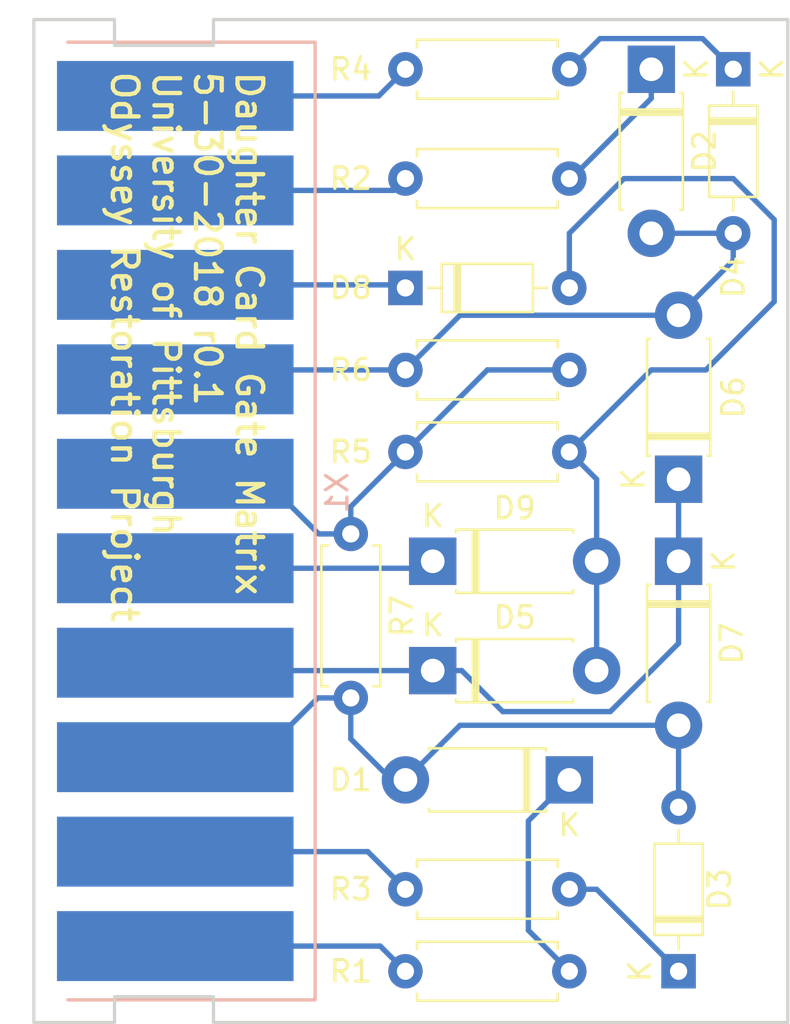
<source format=kicad_pcb>
(kicad_pcb (version 20171130) (host pcbnew "(2017-12-21 revision 23d71cfa9)-makepkg")

  (general
    (thickness 1.6)
    (drawings 13)
    (tracks 70)
    (zones 0)
    (modules 17)
    (nets 16)
  )

  (page A4)
  (title_block
    (title "Odyssey Daughter Card Template")
    (date 2018-05-29)
    (rev 0.1)
    (company "University of Pittsburgh - Odyssey Restoration Project")
    (comment 1 "Levi Burner")
  )

  (layers
    (0 F.Cu signal)
    (31 B.Cu signal)
    (32 B.Adhes user)
    (33 F.Adhes user)
    (34 B.Paste user)
    (35 F.Paste user)
    (36 B.SilkS user)
    (37 F.SilkS user)
    (38 B.Mask user)
    (39 F.Mask user)
    (40 Dwgs.User user)
    (41 Cmts.User user)
    (42 Eco1.User user)
    (43 Eco2.User user)
    (44 Edge.Cuts user)
    (45 Margin user)
    (46 B.CrtYd user)
    (47 F.CrtYd user)
    (48 B.Fab user)
    (49 F.Fab user)
  )

  (setup
    (last_trace_width 0.25)
    (user_trace_width 2.5)
    (trace_clearance 0.2)
    (zone_clearance 0.508)
    (zone_45_only no)
    (trace_min 0.2)
    (segment_width 0.2)
    (edge_width 0.15)
    (via_size 0.8)
    (via_drill 0.4)
    (via_min_size 0.4)
    (via_min_drill 0.3)
    (uvia_size 0.3)
    (uvia_drill 0.1)
    (uvias_allowed no)
    (uvia_min_size 0.2)
    (uvia_min_drill 0.1)
    (pcb_text_width 0.3)
    (pcb_text_size 1.5 1.5)
    (mod_edge_width 0.15)
    (mod_text_size 1 1)
    (mod_text_width 0.15)
    (pad_size 1.524 1.524)
    (pad_drill 0.762)
    (pad_to_mask_clearance 0.2)
    (aux_axis_origin 0 0)
    (visible_elements 7FFFFFFF)
    (pcbplotparams
      (layerselection 0x010f0_ffffffff)
      (usegerberextensions true)
      (usegerberattributes false)
      (usegerberadvancedattributes false)
      (creategerberjobfile false)
      (excludeedgelayer true)
      (linewidth 0.100000)
      (plotframeref false)
      (viasonmask false)
      (mode 1)
      (useauxorigin false)
      (hpglpennumber 1)
      (hpglpenspeed 20)
      (hpglpendiameter 15)
      (psnegative false)
      (psa4output false)
      (plotreference true)
      (plotvalue true)
      (plotinvisibletext false)
      (padsonsilk false)
      (subtractmaskfromsilk false)
      (outputformat 1)
      (mirror false)
      (drillshape 0)
      (scaleselection 1)
      (outputdirectory gerbers/))
  )

  (net 0 "")
  (net 1 "Net-(D1-Pad1)")
  (net 2 /Card3)
  (net 3 /Card7)
  (net 4 "Net-(D2-Pad1)")
  (net 5 "Net-(D3-Pad1)")
  (net 6 "Net-(D4-Pad1)")
  (net 7 /Card4)
  (net 8 "Net-(D5-Pad2)")
  (net 9 /Card8)
  (net 10 /Card5)
  (net 11 /Card1)
  (net 12 /Card9)
  (net 13 /Card2)
  (net 14 /Card10)
  (net 15 /Card6)

  (net_class Default "This is the default net class."
    (clearance 0.2)
    (trace_width 0.25)
    (via_dia 0.8)
    (via_drill 0.4)
    (uvia_dia 0.3)
    (uvia_drill 0.1)
    (add_net /Card1)
    (add_net /Card10)
    (add_net /Card2)
    (add_net /Card3)
    (add_net /Card4)
    (add_net /Card5)
    (add_net /Card6)
    (add_net /Card7)
    (add_net /Card8)
    (add_net /Card9)
    (add_net "Net-(D1-Pad1)")
    (add_net "Net-(D2-Pad1)")
    (add_net "Net-(D3-Pad1)")
    (add_net "Net-(D4-Pad1)")
    (add_net "Net-(D5-Pad2)")
  )

  (module Odyssey_Daughter_Card:Odyssey_Daughter_Card (layer F.Cu) (tedit 5B0D8ECD) (tstamp 5B2441A7)
    (at 129 101)
    (path /5B0D981F)
    (fp_text reference X1 (at 7.525 -1.305 90) (layer B.SilkS)
      (effects (font (size 1 1) (thickness 0.15)) (justify mirror))
    )
    (fp_text value OdysseyDaughterCard (at 0 -23.25) (layer F.Fab)
      (effects (font (size 1 1) (thickness 0.15)))
    )
    (fp_line (start -5 -22.25) (end 6.5 -22.25) (layer B.SilkS) (width 0.15))
    (fp_line (start 6.5 -22.25) (end 6.5 22.25) (layer B.SilkS) (width 0.15))
    (fp_line (start 6.5 22.25) (end -5 22.25) (layer B.SilkS) (width 0.15))
    (pad 10 smd rect (at 0 -19.75) (size 11 3.25) (layers B.Cu B.Mask)
      (net 14 /Card10))
    (pad 9 smd rect (at 0 -15.361112) (size 11 3.25) (layers B.Cu B.Mask)
      (net 12 /Card9))
    (pad 8 smd rect (at 0 -10.972224) (size 11 3.25) (layers B.Cu B.Mask)
      (net 9 /Card8))
    (pad 7 smd rect (at 0 -6.583336) (size 11 3.25) (layers B.Cu B.Mask)
      (net 3 /Card7))
    (pad 6 smd rect (at 0 -2.194448) (size 11 3.25) (layers B.Cu B.Mask)
      (net 15 /Card6))
    (pad 5 smd rect (at 0 2.19444) (size 11 3.25) (layers B.Cu B.Mask)
      (net 10 /Card5))
    (pad 4 smd rect (at 0 6.583328) (size 11 3.25) (layers B.Cu B.Mask)
      (net 7 /Card4))
    (pad 3 smd rect (at 0 10.972216) (size 11 3.25) (layers B.Cu B.Mask)
      (net 2 /Card3))
    (pad 2 smd rect (at 0 15.361104) (size 11 3.25) (layers B.Cu B.Mask)
      (net 13 /Card2))
    (pad 1 smd rect (at 0 19.749992) (size 11 3.25) (layers B.Cu B.Mask)
      (net 11 /Card1))
  )

  (module Diode_THT:D_DO-41_SOD81_P7.62mm_Horizontal (layer F.Cu) (tedit 5A195B5A) (tstamp 5B3B9769)
    (at 147.32 113.03 180)
    (descr "D, DO-41_SOD81 series, Axial, Horizontal, pin pitch=7.62mm, , length*diameter=5.2*2.7mm^2, , http://www.diodes.com/_files/packages/DO-41%20(Plastic).pdf")
    (tags "D DO-41_SOD81 series Axial Horizontal pin pitch 7.62mm  length 5.2mm diameter 2.7mm")
    (path /5B0ED5C2)
    (fp_text reference D1 (at 10.16 0 180) (layer F.SilkS)
      (effects (font (size 1 1) (thickness 0.15)))
    )
    (fp_text value 11DQ04TR (at 3.81 2.47 180) (layer F.Fab)
      (effects (font (size 1 1) (thickness 0.15)))
    )
    (fp_line (start 1.21 -1.35) (end 1.21 1.35) (layer F.Fab) (width 0.1))
    (fp_line (start 1.21 1.35) (end 6.41 1.35) (layer F.Fab) (width 0.1))
    (fp_line (start 6.41 1.35) (end 6.41 -1.35) (layer F.Fab) (width 0.1))
    (fp_line (start 6.41 -1.35) (end 1.21 -1.35) (layer F.Fab) (width 0.1))
    (fp_line (start 0 0) (end 1.21 0) (layer F.Fab) (width 0.1))
    (fp_line (start 7.62 0) (end 6.41 0) (layer F.Fab) (width 0.1))
    (fp_line (start 1.99 -1.35) (end 1.99 1.35) (layer F.Fab) (width 0.1))
    (fp_line (start 2.09 -1.35) (end 2.09 1.35) (layer F.Fab) (width 0.1))
    (fp_line (start 1.89 -1.35) (end 1.89 1.35) (layer F.Fab) (width 0.1))
    (fp_line (start 1.09 -1.34) (end 1.09 -1.47) (layer F.SilkS) (width 0.12))
    (fp_line (start 1.09 -1.47) (end 6.53 -1.47) (layer F.SilkS) (width 0.12))
    (fp_line (start 6.53 -1.47) (end 6.53 -1.34) (layer F.SilkS) (width 0.12))
    (fp_line (start 1.09 1.34) (end 1.09 1.47) (layer F.SilkS) (width 0.12))
    (fp_line (start 1.09 1.47) (end 6.53 1.47) (layer F.SilkS) (width 0.12))
    (fp_line (start 6.53 1.47) (end 6.53 1.34) (layer F.SilkS) (width 0.12))
    (fp_line (start 1.99 -1.47) (end 1.99 1.47) (layer F.SilkS) (width 0.12))
    (fp_line (start 2.11 -1.47) (end 2.11 1.47) (layer F.SilkS) (width 0.12))
    (fp_line (start 1.87 -1.47) (end 1.87 1.47) (layer F.SilkS) (width 0.12))
    (fp_line (start -1.35 -1.75) (end -1.35 1.75) (layer F.CrtYd) (width 0.05))
    (fp_line (start -1.35 1.75) (end 9 1.75) (layer F.CrtYd) (width 0.05))
    (fp_line (start 9 1.75) (end 9 -1.75) (layer F.CrtYd) (width 0.05))
    (fp_line (start 9 -1.75) (end -1.35 -1.75) (layer F.CrtYd) (width 0.05))
    (fp_text user %R (at 4.2 0 180) (layer F.Fab)
      (effects (font (size 1 1) (thickness 0.15)))
    )
    (fp_text user K (at 0 -2.1 180) (layer F.Fab)
      (effects (font (size 1 1) (thickness 0.15)))
    )
    (fp_text user K (at 0 -2.1 180) (layer F.SilkS)
      (effects (font (size 1 1) (thickness 0.15)))
    )
    (pad 1 thru_hole rect (at 0 0 180) (size 2.2 2.2) (drill 1.1) (layers *.Cu *.Mask)
      (net 1 "Net-(D1-Pad1)"))
    (pad 2 thru_hole oval (at 7.62 0 180) (size 2.2 2.2) (drill 1.1) (layers *.Cu *.Mask)
      (net 2 /Card3))
    (model ${KISYS3DMOD}/Diode_THT.3dshapes/D_DO-41_SOD81_P7.62mm_Horizontal.wrl
      (at (xyz 0 0 0))
      (scale (xyz 1 1 1))
      (rotate (xyz 0 0 0))
    )
  )

  (module Diode_THT:D_DO-41_SOD81_P7.62mm_Horizontal (layer F.Cu) (tedit 5A195B5A) (tstamp 5B3B9261)
    (at 151.13 80.01 270)
    (descr "D, DO-41_SOD81 series, Axial, Horizontal, pin pitch=7.62mm, , length*diameter=5.2*2.7mm^2, , http://www.diodes.com/_files/packages/DO-41%20(Plastic).pdf")
    (tags "D DO-41_SOD81 series Axial Horizontal pin pitch 7.62mm  length 5.2mm diameter 2.7mm")
    (path /5B0ED580)
    (fp_text reference D2 (at 3.81 -2.47 270) (layer F.SilkS)
      (effects (font (size 1 1) (thickness 0.15)))
    )
    (fp_text value 11DQ04TR (at 3.81 2.47 270) (layer F.Fab)
      (effects (font (size 1 1) (thickness 0.15)))
    )
    (fp_text user K (at 0 -2.1 270) (layer F.SilkS)
      (effects (font (size 1 1) (thickness 0.15)))
    )
    (fp_text user K (at 0 -2.1 270) (layer F.Fab)
      (effects (font (size 1 1) (thickness 0.15)))
    )
    (fp_text user %R (at 4.2 0 270) (layer F.Fab)
      (effects (font (size 1 1) (thickness 0.15)))
    )
    (fp_line (start 9 -1.75) (end -1.35 -1.75) (layer F.CrtYd) (width 0.05))
    (fp_line (start 9 1.75) (end 9 -1.75) (layer F.CrtYd) (width 0.05))
    (fp_line (start -1.35 1.75) (end 9 1.75) (layer F.CrtYd) (width 0.05))
    (fp_line (start -1.35 -1.75) (end -1.35 1.75) (layer F.CrtYd) (width 0.05))
    (fp_line (start 1.87 -1.47) (end 1.87 1.47) (layer F.SilkS) (width 0.12))
    (fp_line (start 2.11 -1.47) (end 2.11 1.47) (layer F.SilkS) (width 0.12))
    (fp_line (start 1.99 -1.47) (end 1.99 1.47) (layer F.SilkS) (width 0.12))
    (fp_line (start 6.53 1.47) (end 6.53 1.34) (layer F.SilkS) (width 0.12))
    (fp_line (start 1.09 1.47) (end 6.53 1.47) (layer F.SilkS) (width 0.12))
    (fp_line (start 1.09 1.34) (end 1.09 1.47) (layer F.SilkS) (width 0.12))
    (fp_line (start 6.53 -1.47) (end 6.53 -1.34) (layer F.SilkS) (width 0.12))
    (fp_line (start 1.09 -1.47) (end 6.53 -1.47) (layer F.SilkS) (width 0.12))
    (fp_line (start 1.09 -1.34) (end 1.09 -1.47) (layer F.SilkS) (width 0.12))
    (fp_line (start 1.89 -1.35) (end 1.89 1.35) (layer F.Fab) (width 0.1))
    (fp_line (start 2.09 -1.35) (end 2.09 1.35) (layer F.Fab) (width 0.1))
    (fp_line (start 1.99 -1.35) (end 1.99 1.35) (layer F.Fab) (width 0.1))
    (fp_line (start 7.62 0) (end 6.41 0) (layer F.Fab) (width 0.1))
    (fp_line (start 0 0) (end 1.21 0) (layer F.Fab) (width 0.1))
    (fp_line (start 6.41 -1.35) (end 1.21 -1.35) (layer F.Fab) (width 0.1))
    (fp_line (start 6.41 1.35) (end 6.41 -1.35) (layer F.Fab) (width 0.1))
    (fp_line (start 1.21 1.35) (end 6.41 1.35) (layer F.Fab) (width 0.1))
    (fp_line (start 1.21 -1.35) (end 1.21 1.35) (layer F.Fab) (width 0.1))
    (pad 2 thru_hole oval (at 7.62 0 270) (size 2.2 2.2) (drill 1.1) (layers *.Cu *.Mask)
      (net 3 /Card7))
    (pad 1 thru_hole rect (at 0 0 270) (size 2.2 2.2) (drill 1.1) (layers *.Cu *.Mask)
      (net 4 "Net-(D2-Pad1)"))
    (model ${KISYS3DMOD}/Diode_THT.3dshapes/D_DO-41_SOD81_P7.62mm_Horizontal.wrl
      (at (xyz 0 0 0))
      (scale (xyz 1 1 1))
      (rotate (xyz 0 0 0))
    )
  )

  (module Diode_THT:D_DO-35_SOD27_P7.62mm_Horizontal (layer F.Cu) (tedit 5A195B5A) (tstamp 5B3B9280)
    (at 152.4 121.92 90)
    (descr "D, DO-35_SOD27 series, Axial, Horizontal, pin pitch=7.62mm, , length*diameter=4*2mm^2, , http://www.diodes.com/_files/packages/DO-35.pdf")
    (tags "D DO-35_SOD27 series Axial Horizontal pin pitch 7.62mm  length 4mm diameter 2mm")
    (path /5B0ED2D5)
    (fp_text reference D3 (at 3.81 1.905 90) (layer F.SilkS)
      (effects (font (size 1 1) (thickness 0.15)))
    )
    (fp_text value 1N4148 (at 3.81 2.12 90) (layer F.Fab)
      (effects (font (size 1 1) (thickness 0.15)))
    )
    (fp_line (start 1.81 -1) (end 1.81 1) (layer F.Fab) (width 0.1))
    (fp_line (start 1.81 1) (end 5.81 1) (layer F.Fab) (width 0.1))
    (fp_line (start 5.81 1) (end 5.81 -1) (layer F.Fab) (width 0.1))
    (fp_line (start 5.81 -1) (end 1.81 -1) (layer F.Fab) (width 0.1))
    (fp_line (start 0 0) (end 1.81 0) (layer F.Fab) (width 0.1))
    (fp_line (start 7.62 0) (end 5.81 0) (layer F.Fab) (width 0.1))
    (fp_line (start 2.41 -1) (end 2.41 1) (layer F.Fab) (width 0.1))
    (fp_line (start 2.51 -1) (end 2.51 1) (layer F.Fab) (width 0.1))
    (fp_line (start 2.31 -1) (end 2.31 1) (layer F.Fab) (width 0.1))
    (fp_line (start 1.69 -1.12) (end 1.69 1.12) (layer F.SilkS) (width 0.12))
    (fp_line (start 1.69 1.12) (end 5.93 1.12) (layer F.SilkS) (width 0.12))
    (fp_line (start 5.93 1.12) (end 5.93 -1.12) (layer F.SilkS) (width 0.12))
    (fp_line (start 5.93 -1.12) (end 1.69 -1.12) (layer F.SilkS) (width 0.12))
    (fp_line (start 1.04 0) (end 1.69 0) (layer F.SilkS) (width 0.12))
    (fp_line (start 6.58 0) (end 5.93 0) (layer F.SilkS) (width 0.12))
    (fp_line (start 2.41 -1.12) (end 2.41 1.12) (layer F.SilkS) (width 0.12))
    (fp_line (start 2.53 -1.12) (end 2.53 1.12) (layer F.SilkS) (width 0.12))
    (fp_line (start 2.29 -1.12) (end 2.29 1.12) (layer F.SilkS) (width 0.12))
    (fp_line (start -1.05 -1.4) (end -1.05 1.4) (layer F.CrtYd) (width 0.05))
    (fp_line (start -1.05 1.4) (end 8.7 1.4) (layer F.CrtYd) (width 0.05))
    (fp_line (start 8.7 1.4) (end 8.7 -1.4) (layer F.CrtYd) (width 0.05))
    (fp_line (start 8.7 -1.4) (end -1.05 -1.4) (layer F.CrtYd) (width 0.05))
    (fp_text user %R (at 4.11 0 90) (layer F.Fab)
      (effects (font (size 0.8 0.8) (thickness 0.12)))
    )
    (fp_text user K (at 0 -1.8 90) (layer F.Fab)
      (effects (font (size 1 1) (thickness 0.15)))
    )
    (fp_text user K (at 0 -1.8 90) (layer F.SilkS)
      (effects (font (size 1 1) (thickness 0.15)))
    )
    (pad 1 thru_hole rect (at 0 0 90) (size 1.6 1.6) (drill 0.8) (layers *.Cu *.Mask)
      (net 5 "Net-(D3-Pad1)"))
    (pad 2 thru_hole oval (at 7.62 0 90) (size 1.6 1.6) (drill 0.8) (layers *.Cu *.Mask)
      (net 2 /Card3))
    (model ${KISYS3DMOD}/Diode_THT.3dshapes/D_DO-35_SOD27_P7.62mm_Horizontal.wrl
      (at (xyz 0 0 0))
      (scale (xyz 1 1 1))
      (rotate (xyz 0 0 0))
    )
  )

  (module Diode_THT:D_DO-35_SOD27_P7.62mm_Horizontal (layer F.Cu) (tedit 5A195B5A) (tstamp 5B3B929F)
    (at 154.94 80.01 270)
    (descr "D, DO-35_SOD27 series, Axial, Horizontal, pin pitch=7.62mm, , length*diameter=4*2mm^2, , http://www.diodes.com/_files/packages/DO-35.pdf")
    (tags "D DO-35_SOD27 series Axial Horizontal pin pitch 7.62mm  length 4mm diameter 2mm")
    (path /5B0ED2A5)
    (fp_text reference D4 (at 9.652 0 270) (layer F.SilkS)
      (effects (font (size 1 1) (thickness 0.15)))
    )
    (fp_text value 1N4148 (at 3.81 2.12 270) (layer F.Fab)
      (effects (font (size 1 1) (thickness 0.15)))
    )
    (fp_text user K (at 0 -1.8 270) (layer F.SilkS)
      (effects (font (size 1 1) (thickness 0.15)))
    )
    (fp_text user K (at 0 -1.8 270) (layer F.Fab)
      (effects (font (size 1 1) (thickness 0.15)))
    )
    (fp_text user %R (at 4.11 0 270) (layer F.Fab)
      (effects (font (size 0.8 0.8) (thickness 0.12)))
    )
    (fp_line (start 8.7 -1.4) (end -1.05 -1.4) (layer F.CrtYd) (width 0.05))
    (fp_line (start 8.7 1.4) (end 8.7 -1.4) (layer F.CrtYd) (width 0.05))
    (fp_line (start -1.05 1.4) (end 8.7 1.4) (layer F.CrtYd) (width 0.05))
    (fp_line (start -1.05 -1.4) (end -1.05 1.4) (layer F.CrtYd) (width 0.05))
    (fp_line (start 2.29 -1.12) (end 2.29 1.12) (layer F.SilkS) (width 0.12))
    (fp_line (start 2.53 -1.12) (end 2.53 1.12) (layer F.SilkS) (width 0.12))
    (fp_line (start 2.41 -1.12) (end 2.41 1.12) (layer F.SilkS) (width 0.12))
    (fp_line (start 6.58 0) (end 5.93 0) (layer F.SilkS) (width 0.12))
    (fp_line (start 1.04 0) (end 1.69 0) (layer F.SilkS) (width 0.12))
    (fp_line (start 5.93 -1.12) (end 1.69 -1.12) (layer F.SilkS) (width 0.12))
    (fp_line (start 5.93 1.12) (end 5.93 -1.12) (layer F.SilkS) (width 0.12))
    (fp_line (start 1.69 1.12) (end 5.93 1.12) (layer F.SilkS) (width 0.12))
    (fp_line (start 1.69 -1.12) (end 1.69 1.12) (layer F.SilkS) (width 0.12))
    (fp_line (start 2.31 -1) (end 2.31 1) (layer F.Fab) (width 0.1))
    (fp_line (start 2.51 -1) (end 2.51 1) (layer F.Fab) (width 0.1))
    (fp_line (start 2.41 -1) (end 2.41 1) (layer F.Fab) (width 0.1))
    (fp_line (start 7.62 0) (end 5.81 0) (layer F.Fab) (width 0.1))
    (fp_line (start 0 0) (end 1.81 0) (layer F.Fab) (width 0.1))
    (fp_line (start 5.81 -1) (end 1.81 -1) (layer F.Fab) (width 0.1))
    (fp_line (start 5.81 1) (end 5.81 -1) (layer F.Fab) (width 0.1))
    (fp_line (start 1.81 1) (end 5.81 1) (layer F.Fab) (width 0.1))
    (fp_line (start 1.81 -1) (end 1.81 1) (layer F.Fab) (width 0.1))
    (pad 2 thru_hole oval (at 7.62 0 270) (size 1.6 1.6) (drill 0.8) (layers *.Cu *.Mask)
      (net 3 /Card7))
    (pad 1 thru_hole rect (at 0 0 270) (size 1.6 1.6) (drill 0.8) (layers *.Cu *.Mask)
      (net 6 "Net-(D4-Pad1)"))
    (model ${KISYS3DMOD}/Diode_THT.3dshapes/D_DO-35_SOD27_P7.62mm_Horizontal.wrl
      (at (xyz 0 0 0))
      (scale (xyz 1 1 1))
      (rotate (xyz 0 0 0))
    )
  )

  (module Diode_THT:D_DO-41_SOD81_P7.62mm_Horizontal (layer F.Cu) (tedit 5A195B5A) (tstamp 5B3B92BE)
    (at 140.97 107.95)
    (descr "D, DO-41_SOD81 series, Axial, Horizontal, pin pitch=7.62mm, , length*diameter=5.2*2.7mm^2, , http://www.diodes.com/_files/packages/DO-41%20(Plastic).pdf")
    (tags "D DO-41_SOD81 series Axial Horizontal pin pitch 7.62mm  length 5.2mm diameter 2.7mm")
    (path /5B0ED68D)
    (fp_text reference D5 (at 3.81 -2.47) (layer F.SilkS)
      (effects (font (size 1 1) (thickness 0.15)))
    )
    (fp_text value 11DQ04TR (at 3.81 2.47) (layer F.Fab)
      (effects (font (size 1 1) (thickness 0.15)))
    )
    (fp_line (start 1.21 -1.35) (end 1.21 1.35) (layer F.Fab) (width 0.1))
    (fp_line (start 1.21 1.35) (end 6.41 1.35) (layer F.Fab) (width 0.1))
    (fp_line (start 6.41 1.35) (end 6.41 -1.35) (layer F.Fab) (width 0.1))
    (fp_line (start 6.41 -1.35) (end 1.21 -1.35) (layer F.Fab) (width 0.1))
    (fp_line (start 0 0) (end 1.21 0) (layer F.Fab) (width 0.1))
    (fp_line (start 7.62 0) (end 6.41 0) (layer F.Fab) (width 0.1))
    (fp_line (start 1.99 -1.35) (end 1.99 1.35) (layer F.Fab) (width 0.1))
    (fp_line (start 2.09 -1.35) (end 2.09 1.35) (layer F.Fab) (width 0.1))
    (fp_line (start 1.89 -1.35) (end 1.89 1.35) (layer F.Fab) (width 0.1))
    (fp_line (start 1.09 -1.34) (end 1.09 -1.47) (layer F.SilkS) (width 0.12))
    (fp_line (start 1.09 -1.47) (end 6.53 -1.47) (layer F.SilkS) (width 0.12))
    (fp_line (start 6.53 -1.47) (end 6.53 -1.34) (layer F.SilkS) (width 0.12))
    (fp_line (start 1.09 1.34) (end 1.09 1.47) (layer F.SilkS) (width 0.12))
    (fp_line (start 1.09 1.47) (end 6.53 1.47) (layer F.SilkS) (width 0.12))
    (fp_line (start 6.53 1.47) (end 6.53 1.34) (layer F.SilkS) (width 0.12))
    (fp_line (start 1.99 -1.47) (end 1.99 1.47) (layer F.SilkS) (width 0.12))
    (fp_line (start 2.11 -1.47) (end 2.11 1.47) (layer F.SilkS) (width 0.12))
    (fp_line (start 1.87 -1.47) (end 1.87 1.47) (layer F.SilkS) (width 0.12))
    (fp_line (start -1.35 -1.75) (end -1.35 1.75) (layer F.CrtYd) (width 0.05))
    (fp_line (start -1.35 1.75) (end 9 1.75) (layer F.CrtYd) (width 0.05))
    (fp_line (start 9 1.75) (end 9 -1.75) (layer F.CrtYd) (width 0.05))
    (fp_line (start 9 -1.75) (end -1.35 -1.75) (layer F.CrtYd) (width 0.05))
    (fp_text user %R (at 4.2 0) (layer F.Fab)
      (effects (font (size 1 1) (thickness 0.15)))
    )
    (fp_text user K (at 0 -2.1) (layer F.Fab)
      (effects (font (size 1 1) (thickness 0.15)))
    )
    (fp_text user K (at 0 -2.1) (layer F.SilkS)
      (effects (font (size 1 1) (thickness 0.15)))
    )
    (pad 1 thru_hole rect (at 0 0) (size 2.2 2.2) (drill 1.1) (layers *.Cu *.Mask)
      (net 7 /Card4))
    (pad 2 thru_hole oval (at 7.62 0) (size 2.2 2.2) (drill 1.1) (layers *.Cu *.Mask)
      (net 8 "Net-(D5-Pad2)"))
    (model ${KISYS3DMOD}/Diode_THT.3dshapes/D_DO-41_SOD81_P7.62mm_Horizontal.wrl
      (at (xyz 0 0 0))
      (scale (xyz 1 1 1))
      (rotate (xyz 0 0 0))
    )
  )

  (module Diode_THT:D_DO-41_SOD81_P7.62mm_Horizontal (layer F.Cu) (tedit 5A195B5A) (tstamp 5B3B92DD)
    (at 152.4 99.06 90)
    (descr "D, DO-41_SOD81 series, Axial, Horizontal, pin pitch=7.62mm, , length*diameter=5.2*2.7mm^2, , http://www.diodes.com/_files/packages/DO-41%20(Plastic).pdf")
    (tags "D DO-41_SOD81 series Axial Horizontal pin pitch 7.62mm  length 5.2mm diameter 2.7mm")
    (path /5B0ED5EA)
    (fp_text reference D6 (at 3.81 2.54 90) (layer F.SilkS)
      (effects (font (size 1 1) (thickness 0.15)))
    )
    (fp_text value 11DQ04TR (at 3.81 2.47 90) (layer F.Fab)
      (effects (font (size 1 1) (thickness 0.15)))
    )
    (fp_line (start 1.21 -1.35) (end 1.21 1.35) (layer F.Fab) (width 0.1))
    (fp_line (start 1.21 1.35) (end 6.41 1.35) (layer F.Fab) (width 0.1))
    (fp_line (start 6.41 1.35) (end 6.41 -1.35) (layer F.Fab) (width 0.1))
    (fp_line (start 6.41 -1.35) (end 1.21 -1.35) (layer F.Fab) (width 0.1))
    (fp_line (start 0 0) (end 1.21 0) (layer F.Fab) (width 0.1))
    (fp_line (start 7.62 0) (end 6.41 0) (layer F.Fab) (width 0.1))
    (fp_line (start 1.99 -1.35) (end 1.99 1.35) (layer F.Fab) (width 0.1))
    (fp_line (start 2.09 -1.35) (end 2.09 1.35) (layer F.Fab) (width 0.1))
    (fp_line (start 1.89 -1.35) (end 1.89 1.35) (layer F.Fab) (width 0.1))
    (fp_line (start 1.09 -1.34) (end 1.09 -1.47) (layer F.SilkS) (width 0.12))
    (fp_line (start 1.09 -1.47) (end 6.53 -1.47) (layer F.SilkS) (width 0.12))
    (fp_line (start 6.53 -1.47) (end 6.53 -1.34) (layer F.SilkS) (width 0.12))
    (fp_line (start 1.09 1.34) (end 1.09 1.47) (layer F.SilkS) (width 0.12))
    (fp_line (start 1.09 1.47) (end 6.53 1.47) (layer F.SilkS) (width 0.12))
    (fp_line (start 6.53 1.47) (end 6.53 1.34) (layer F.SilkS) (width 0.12))
    (fp_line (start 1.99 -1.47) (end 1.99 1.47) (layer F.SilkS) (width 0.12))
    (fp_line (start 2.11 -1.47) (end 2.11 1.47) (layer F.SilkS) (width 0.12))
    (fp_line (start 1.87 -1.47) (end 1.87 1.47) (layer F.SilkS) (width 0.12))
    (fp_line (start -1.35 -1.75) (end -1.35 1.75) (layer F.CrtYd) (width 0.05))
    (fp_line (start -1.35 1.75) (end 9 1.75) (layer F.CrtYd) (width 0.05))
    (fp_line (start 9 1.75) (end 9 -1.75) (layer F.CrtYd) (width 0.05))
    (fp_line (start 9 -1.75) (end -1.35 -1.75) (layer F.CrtYd) (width 0.05))
    (fp_text user %R (at 4.2 0 90) (layer F.Fab)
      (effects (font (size 1 1) (thickness 0.15)))
    )
    (fp_text user K (at 0 -2.1 90) (layer F.Fab)
      (effects (font (size 1 1) (thickness 0.15)))
    )
    (fp_text user K (at 0 -2.1 90) (layer F.SilkS)
      (effects (font (size 1 1) (thickness 0.15)))
    )
    (pad 1 thru_hole rect (at 0 0 90) (size 2.2 2.2) (drill 1.1) (layers *.Cu *.Mask)
      (net 7 /Card4))
    (pad 2 thru_hole oval (at 7.62 0 90) (size 2.2 2.2) (drill 1.1) (layers *.Cu *.Mask)
      (net 3 /Card7))
    (model ${KISYS3DMOD}/Diode_THT.3dshapes/D_DO-41_SOD81_P7.62mm_Horizontal.wrl
      (at (xyz 0 0 0))
      (scale (xyz 1 1 1))
      (rotate (xyz 0 0 0))
    )
  )

  (module Diode_THT:D_DO-41_SOD81_P7.62mm_Horizontal (layer F.Cu) (tedit 5A195B5A) (tstamp 5B3B92FC)
    (at 152.4 102.87 270)
    (descr "D, DO-41_SOD81 series, Axial, Horizontal, pin pitch=7.62mm, , length*diameter=5.2*2.7mm^2, , http://www.diodes.com/_files/packages/DO-41%20(Plastic).pdf")
    (tags "D DO-41_SOD81 series Axial Horizontal pin pitch 7.62mm  length 5.2mm diameter 2.7mm")
    (path /5B0ED659)
    (fp_text reference D7 (at 3.81 -2.47 270) (layer F.SilkS)
      (effects (font (size 1 1) (thickness 0.15)))
    )
    (fp_text value 11DQ04TR (at 3.81 2.47 270) (layer F.Fab)
      (effects (font (size 1 1) (thickness 0.15)))
    )
    (fp_text user K (at 0 -2.1 270) (layer F.SilkS)
      (effects (font (size 1 1) (thickness 0.15)))
    )
    (fp_text user K (at 0 -2.1 270) (layer F.Fab)
      (effects (font (size 1 1) (thickness 0.15)))
    )
    (fp_text user %R (at 4.2 0 270) (layer F.Fab)
      (effects (font (size 1 1) (thickness 0.15)))
    )
    (fp_line (start 9 -1.75) (end -1.35 -1.75) (layer F.CrtYd) (width 0.05))
    (fp_line (start 9 1.75) (end 9 -1.75) (layer F.CrtYd) (width 0.05))
    (fp_line (start -1.35 1.75) (end 9 1.75) (layer F.CrtYd) (width 0.05))
    (fp_line (start -1.35 -1.75) (end -1.35 1.75) (layer F.CrtYd) (width 0.05))
    (fp_line (start 1.87 -1.47) (end 1.87 1.47) (layer F.SilkS) (width 0.12))
    (fp_line (start 2.11 -1.47) (end 2.11 1.47) (layer F.SilkS) (width 0.12))
    (fp_line (start 1.99 -1.47) (end 1.99 1.47) (layer F.SilkS) (width 0.12))
    (fp_line (start 6.53 1.47) (end 6.53 1.34) (layer F.SilkS) (width 0.12))
    (fp_line (start 1.09 1.47) (end 6.53 1.47) (layer F.SilkS) (width 0.12))
    (fp_line (start 1.09 1.34) (end 1.09 1.47) (layer F.SilkS) (width 0.12))
    (fp_line (start 6.53 -1.47) (end 6.53 -1.34) (layer F.SilkS) (width 0.12))
    (fp_line (start 1.09 -1.47) (end 6.53 -1.47) (layer F.SilkS) (width 0.12))
    (fp_line (start 1.09 -1.34) (end 1.09 -1.47) (layer F.SilkS) (width 0.12))
    (fp_line (start 1.89 -1.35) (end 1.89 1.35) (layer F.Fab) (width 0.1))
    (fp_line (start 2.09 -1.35) (end 2.09 1.35) (layer F.Fab) (width 0.1))
    (fp_line (start 1.99 -1.35) (end 1.99 1.35) (layer F.Fab) (width 0.1))
    (fp_line (start 7.62 0) (end 6.41 0) (layer F.Fab) (width 0.1))
    (fp_line (start 0 0) (end 1.21 0) (layer F.Fab) (width 0.1))
    (fp_line (start 6.41 -1.35) (end 1.21 -1.35) (layer F.Fab) (width 0.1))
    (fp_line (start 6.41 1.35) (end 6.41 -1.35) (layer F.Fab) (width 0.1))
    (fp_line (start 1.21 1.35) (end 6.41 1.35) (layer F.Fab) (width 0.1))
    (fp_line (start 1.21 -1.35) (end 1.21 1.35) (layer F.Fab) (width 0.1))
    (pad 2 thru_hole oval (at 7.62 0 270) (size 2.2 2.2) (drill 1.1) (layers *.Cu *.Mask)
      (net 2 /Card3))
    (pad 1 thru_hole rect (at 0 0 270) (size 2.2 2.2) (drill 1.1) (layers *.Cu *.Mask)
      (net 7 /Card4))
    (model ${KISYS3DMOD}/Diode_THT.3dshapes/D_DO-41_SOD81_P7.62mm_Horizontal.wrl
      (at (xyz 0 0 0))
      (scale (xyz 1 1 1))
      (rotate (xyz 0 0 0))
    )
  )

  (module Diode_THT:D_DO-35_SOD27_P7.62mm_Horizontal (layer F.Cu) (tedit 5A195B5A) (tstamp 5B3B931B)
    (at 139.7 90.17)
    (descr "D, DO-35_SOD27 series, Axial, Horizontal, pin pitch=7.62mm, , length*diameter=4*2mm^2, , http://www.diodes.com/_files/packages/DO-35.pdf")
    (tags "D DO-35_SOD27 series Axial Horizontal pin pitch 7.62mm  length 4mm diameter 2mm")
    (path /5B0EDB22)
    (fp_text reference D8 (at -2.54 0) (layer F.SilkS)
      (effects (font (size 1 1) (thickness 0.15)))
    )
    (fp_text value 1N4148 (at 3.81 2.12) (layer F.Fab)
      (effects (font (size 1 1) (thickness 0.15)))
    )
    (fp_line (start 1.81 -1) (end 1.81 1) (layer F.Fab) (width 0.1))
    (fp_line (start 1.81 1) (end 5.81 1) (layer F.Fab) (width 0.1))
    (fp_line (start 5.81 1) (end 5.81 -1) (layer F.Fab) (width 0.1))
    (fp_line (start 5.81 -1) (end 1.81 -1) (layer F.Fab) (width 0.1))
    (fp_line (start 0 0) (end 1.81 0) (layer F.Fab) (width 0.1))
    (fp_line (start 7.62 0) (end 5.81 0) (layer F.Fab) (width 0.1))
    (fp_line (start 2.41 -1) (end 2.41 1) (layer F.Fab) (width 0.1))
    (fp_line (start 2.51 -1) (end 2.51 1) (layer F.Fab) (width 0.1))
    (fp_line (start 2.31 -1) (end 2.31 1) (layer F.Fab) (width 0.1))
    (fp_line (start 1.69 -1.12) (end 1.69 1.12) (layer F.SilkS) (width 0.12))
    (fp_line (start 1.69 1.12) (end 5.93 1.12) (layer F.SilkS) (width 0.12))
    (fp_line (start 5.93 1.12) (end 5.93 -1.12) (layer F.SilkS) (width 0.12))
    (fp_line (start 5.93 -1.12) (end 1.69 -1.12) (layer F.SilkS) (width 0.12))
    (fp_line (start 1.04 0) (end 1.69 0) (layer F.SilkS) (width 0.12))
    (fp_line (start 6.58 0) (end 5.93 0) (layer F.SilkS) (width 0.12))
    (fp_line (start 2.41 -1.12) (end 2.41 1.12) (layer F.SilkS) (width 0.12))
    (fp_line (start 2.53 -1.12) (end 2.53 1.12) (layer F.SilkS) (width 0.12))
    (fp_line (start 2.29 -1.12) (end 2.29 1.12) (layer F.SilkS) (width 0.12))
    (fp_line (start -1.05 -1.4) (end -1.05 1.4) (layer F.CrtYd) (width 0.05))
    (fp_line (start -1.05 1.4) (end 8.7 1.4) (layer F.CrtYd) (width 0.05))
    (fp_line (start 8.7 1.4) (end 8.7 -1.4) (layer F.CrtYd) (width 0.05))
    (fp_line (start 8.7 -1.4) (end -1.05 -1.4) (layer F.CrtYd) (width 0.05))
    (fp_text user %R (at 4.11 0) (layer F.Fab)
      (effects (font (size 0.8 0.8) (thickness 0.12)))
    )
    (fp_text user K (at 0 -1.8) (layer F.Fab)
      (effects (font (size 1 1) (thickness 0.15)))
    )
    (fp_text user K (at 0 -1.8) (layer F.SilkS)
      (effects (font (size 1 1) (thickness 0.15)))
    )
    (pad 1 thru_hole rect (at 0 0) (size 1.6 1.6) (drill 0.8) (layers *.Cu *.Mask)
      (net 9 /Card8))
    (pad 2 thru_hole oval (at 7.62 0) (size 1.6 1.6) (drill 0.8) (layers *.Cu *.Mask)
      (net 8 "Net-(D5-Pad2)"))
    (model ${KISYS3DMOD}/Diode_THT.3dshapes/D_DO-35_SOD27_P7.62mm_Horizontal.wrl
      (at (xyz 0 0 0))
      (scale (xyz 1 1 1))
      (rotate (xyz 0 0 0))
    )
  )

  (module Diode_THT:D_DO-41_SOD81_P7.62mm_Horizontal (layer F.Cu) (tedit 5A195B5A) (tstamp 5B3BA065)
    (at 140.97 102.87)
    (descr "D, DO-41_SOD81 series, Axial, Horizontal, pin pitch=7.62mm, , length*diameter=5.2*2.7mm^2, , http://www.diodes.com/_files/packages/DO-41%20(Plastic).pdf")
    (tags "D DO-41_SOD81 series Axial Horizontal pin pitch 7.62mm  length 5.2mm diameter 2.7mm")
    (path /5B0ED907)
    (fp_text reference D9 (at 3.81 -2.47) (layer F.SilkS)
      (effects (font (size 1 1) (thickness 0.15)))
    )
    (fp_text value 11DQ04TR (at 3.81 2.47) (layer F.Fab)
      (effects (font (size 1 1) (thickness 0.15)))
    )
    (fp_text user K (at 0 -2.1) (layer F.SilkS)
      (effects (font (size 1 1) (thickness 0.15)))
    )
    (fp_text user K (at 0 -2.1) (layer F.Fab)
      (effects (font (size 1 1) (thickness 0.15)))
    )
    (fp_text user %R (at 4.2 0) (layer F.Fab)
      (effects (font (size 1 1) (thickness 0.15)))
    )
    (fp_line (start 9 -1.75) (end -1.35 -1.75) (layer F.CrtYd) (width 0.05))
    (fp_line (start 9 1.75) (end 9 -1.75) (layer F.CrtYd) (width 0.05))
    (fp_line (start -1.35 1.75) (end 9 1.75) (layer F.CrtYd) (width 0.05))
    (fp_line (start -1.35 -1.75) (end -1.35 1.75) (layer F.CrtYd) (width 0.05))
    (fp_line (start 1.87 -1.47) (end 1.87 1.47) (layer F.SilkS) (width 0.12))
    (fp_line (start 2.11 -1.47) (end 2.11 1.47) (layer F.SilkS) (width 0.12))
    (fp_line (start 1.99 -1.47) (end 1.99 1.47) (layer F.SilkS) (width 0.12))
    (fp_line (start 6.53 1.47) (end 6.53 1.34) (layer F.SilkS) (width 0.12))
    (fp_line (start 1.09 1.47) (end 6.53 1.47) (layer F.SilkS) (width 0.12))
    (fp_line (start 1.09 1.34) (end 1.09 1.47) (layer F.SilkS) (width 0.12))
    (fp_line (start 6.53 -1.47) (end 6.53 -1.34) (layer F.SilkS) (width 0.12))
    (fp_line (start 1.09 -1.47) (end 6.53 -1.47) (layer F.SilkS) (width 0.12))
    (fp_line (start 1.09 -1.34) (end 1.09 -1.47) (layer F.SilkS) (width 0.12))
    (fp_line (start 1.89 -1.35) (end 1.89 1.35) (layer F.Fab) (width 0.1))
    (fp_line (start 2.09 -1.35) (end 2.09 1.35) (layer F.Fab) (width 0.1))
    (fp_line (start 1.99 -1.35) (end 1.99 1.35) (layer F.Fab) (width 0.1))
    (fp_line (start 7.62 0) (end 6.41 0) (layer F.Fab) (width 0.1))
    (fp_line (start 0 0) (end 1.21 0) (layer F.Fab) (width 0.1))
    (fp_line (start 6.41 -1.35) (end 1.21 -1.35) (layer F.Fab) (width 0.1))
    (fp_line (start 6.41 1.35) (end 6.41 -1.35) (layer F.Fab) (width 0.1))
    (fp_line (start 1.21 1.35) (end 6.41 1.35) (layer F.Fab) (width 0.1))
    (fp_line (start 1.21 -1.35) (end 1.21 1.35) (layer F.Fab) (width 0.1))
    (pad 2 thru_hole oval (at 7.62 0) (size 2.2 2.2) (drill 1.1) (layers *.Cu *.Mask)
      (net 8 "Net-(D5-Pad2)"))
    (pad 1 thru_hole rect (at 0 0) (size 2.2 2.2) (drill 1.1) (layers *.Cu *.Mask)
      (net 10 /Card5))
    (model ${KISYS3DMOD}/Diode_THT.3dshapes/D_DO-41_SOD81_P7.62mm_Horizontal.wrl
      (at (xyz 0 0 0))
      (scale (xyz 1 1 1))
      (rotate (xyz 0 0 0))
    )
  )

  (module Resistor_THT:R_Axial_DIN0207_L6.3mm_D2.5mm_P7.62mm_Horizontal (layer F.Cu) (tedit 5A24F4B6) (tstamp 5B3B9351)
    (at 147.32 121.92 180)
    (descr "Resistor, Axial_DIN0207 series, Axial, Horizontal, pin pitch=7.62mm, 0.25W = 1/4W, length*diameter=6.3*2.5mm^2, http://cdn-reichelt.de/documents/datenblatt/B400/1_4W%23YAG.pdf")
    (tags "Resistor Axial_DIN0207 series Axial Horizontal pin pitch 7.62mm 0.25W = 1/4W length 6.3mm diameter 2.5mm")
    (path /5B0ED126)
    (fp_text reference R1 (at 10.16 0 180) (layer F.SilkS)
      (effects (font (size 1 1) (thickness 0.15)))
    )
    (fp_text value 10k (at 3.81 2.37 180) (layer F.Fab)
      (effects (font (size 1 1) (thickness 0.15)))
    )
    (fp_text user %R (at 3.81 0 180) (layer F.Fab)
      (effects (font (size 1 1) (thickness 0.15)))
    )
    (fp_line (start 8.7 -1.65) (end -1.05 -1.65) (layer F.CrtYd) (width 0.05))
    (fp_line (start 8.7 1.65) (end 8.7 -1.65) (layer F.CrtYd) (width 0.05))
    (fp_line (start -1.05 1.65) (end 8.7 1.65) (layer F.CrtYd) (width 0.05))
    (fp_line (start -1.05 -1.65) (end -1.05 1.65) (layer F.CrtYd) (width 0.05))
    (fp_line (start 7.08 1.37) (end 7.08 1.04) (layer F.SilkS) (width 0.12))
    (fp_line (start 0.54 1.37) (end 7.08 1.37) (layer F.SilkS) (width 0.12))
    (fp_line (start 0.54 1.04) (end 0.54 1.37) (layer F.SilkS) (width 0.12))
    (fp_line (start 7.08 -1.37) (end 7.08 -1.04) (layer F.SilkS) (width 0.12))
    (fp_line (start 0.54 -1.37) (end 7.08 -1.37) (layer F.SilkS) (width 0.12))
    (fp_line (start 0.54 -1.04) (end 0.54 -1.37) (layer F.SilkS) (width 0.12))
    (fp_line (start 7.62 0) (end 6.96 0) (layer F.Fab) (width 0.1))
    (fp_line (start 0 0) (end 0.66 0) (layer F.Fab) (width 0.1))
    (fp_line (start 6.96 -1.25) (end 0.66 -1.25) (layer F.Fab) (width 0.1))
    (fp_line (start 6.96 1.25) (end 6.96 -1.25) (layer F.Fab) (width 0.1))
    (fp_line (start 0.66 1.25) (end 6.96 1.25) (layer F.Fab) (width 0.1))
    (fp_line (start 0.66 -1.25) (end 0.66 1.25) (layer F.Fab) (width 0.1))
    (pad 2 thru_hole oval (at 7.62 0 180) (size 1.6 1.6) (drill 0.8) (layers *.Cu *.Mask)
      (net 11 /Card1))
    (pad 1 thru_hole circle (at 0 0 180) (size 1.6 1.6) (drill 0.8) (layers *.Cu *.Mask)
      (net 1 "Net-(D1-Pad1)"))
    (model ${KISYS3DMOD}/Resistor_THT.3dshapes/R_Axial_DIN0207_L6.3mm_D2.5mm_P7.62mm_Horizontal.wrl
      (at (xyz 0 0 0))
      (scale (xyz 1 1 1))
      (rotate (xyz 0 0 0))
    )
  )

  (module Resistor_THT:R_Axial_DIN0207_L6.3mm_D2.5mm_P7.62mm_Horizontal (layer F.Cu) (tedit 5A24F4B6) (tstamp 5B3B9368)
    (at 147.32 85.09 180)
    (descr "Resistor, Axial_DIN0207 series, Axial, Horizontal, pin pitch=7.62mm, 0.25W = 1/4W, length*diameter=6.3*2.5mm^2, http://cdn-reichelt.de/documents/datenblatt/B400/1_4W%23YAG.pdf")
    (tags "Resistor Axial_DIN0207 series Axial Horizontal pin pitch 7.62mm 0.25W = 1/4W length 6.3mm diameter 2.5mm")
    (path /5B0ED0FD)
    (fp_text reference R2 (at 10.16 0 180) (layer F.SilkS)
      (effects (font (size 1 1) (thickness 0.15)))
    )
    (fp_text value 10k (at 3.81 2.37 180) (layer F.Fab)
      (effects (font (size 1 1) (thickness 0.15)))
    )
    (fp_line (start 0.66 -1.25) (end 0.66 1.25) (layer F.Fab) (width 0.1))
    (fp_line (start 0.66 1.25) (end 6.96 1.25) (layer F.Fab) (width 0.1))
    (fp_line (start 6.96 1.25) (end 6.96 -1.25) (layer F.Fab) (width 0.1))
    (fp_line (start 6.96 -1.25) (end 0.66 -1.25) (layer F.Fab) (width 0.1))
    (fp_line (start 0 0) (end 0.66 0) (layer F.Fab) (width 0.1))
    (fp_line (start 7.62 0) (end 6.96 0) (layer F.Fab) (width 0.1))
    (fp_line (start 0.54 -1.04) (end 0.54 -1.37) (layer F.SilkS) (width 0.12))
    (fp_line (start 0.54 -1.37) (end 7.08 -1.37) (layer F.SilkS) (width 0.12))
    (fp_line (start 7.08 -1.37) (end 7.08 -1.04) (layer F.SilkS) (width 0.12))
    (fp_line (start 0.54 1.04) (end 0.54 1.37) (layer F.SilkS) (width 0.12))
    (fp_line (start 0.54 1.37) (end 7.08 1.37) (layer F.SilkS) (width 0.12))
    (fp_line (start 7.08 1.37) (end 7.08 1.04) (layer F.SilkS) (width 0.12))
    (fp_line (start -1.05 -1.65) (end -1.05 1.65) (layer F.CrtYd) (width 0.05))
    (fp_line (start -1.05 1.65) (end 8.7 1.65) (layer F.CrtYd) (width 0.05))
    (fp_line (start 8.7 1.65) (end 8.7 -1.65) (layer F.CrtYd) (width 0.05))
    (fp_line (start 8.7 -1.65) (end -1.05 -1.65) (layer F.CrtYd) (width 0.05))
    (fp_text user %R (at 3.81 0 180) (layer F.Fab)
      (effects (font (size 1 1) (thickness 0.15)))
    )
    (pad 1 thru_hole circle (at 0 0 180) (size 1.6 1.6) (drill 0.8) (layers *.Cu *.Mask)
      (net 4 "Net-(D2-Pad1)"))
    (pad 2 thru_hole oval (at 7.62 0 180) (size 1.6 1.6) (drill 0.8) (layers *.Cu *.Mask)
      (net 12 /Card9))
    (model ${KISYS3DMOD}/Resistor_THT.3dshapes/R_Axial_DIN0207_L6.3mm_D2.5mm_P7.62mm_Horizontal.wrl
      (at (xyz 0 0 0))
      (scale (xyz 1 1 1))
      (rotate (xyz 0 0 0))
    )
  )

  (module Resistor_THT:R_Axial_DIN0207_L6.3mm_D2.5mm_P7.62mm_Horizontal (layer F.Cu) (tedit 5A24F4B6) (tstamp 5B3B937F)
    (at 147.32 118.11 180)
    (descr "Resistor, Axial_DIN0207 series, Axial, Horizontal, pin pitch=7.62mm, 0.25W = 1/4W, length*diameter=6.3*2.5mm^2, http://cdn-reichelt.de/documents/datenblatt/B400/1_4W%23YAG.pdf")
    (tags "Resistor Axial_DIN0207 series Axial Horizontal pin pitch 7.62mm 0.25W = 1/4W length 6.3mm diameter 2.5mm")
    (path /5B0ED0BB)
    (fp_text reference R3 (at 10.16 0 180) (layer F.SilkS)
      (effects (font (size 1 1) (thickness 0.15)))
    )
    (fp_text value 10k (at 3.81 2.37 180) (layer F.Fab)
      (effects (font (size 1 1) (thickness 0.15)))
    )
    (fp_text user %R (at 3.81 0 180) (layer F.Fab)
      (effects (font (size 1 1) (thickness 0.15)))
    )
    (fp_line (start 8.7 -1.65) (end -1.05 -1.65) (layer F.CrtYd) (width 0.05))
    (fp_line (start 8.7 1.65) (end 8.7 -1.65) (layer F.CrtYd) (width 0.05))
    (fp_line (start -1.05 1.65) (end 8.7 1.65) (layer F.CrtYd) (width 0.05))
    (fp_line (start -1.05 -1.65) (end -1.05 1.65) (layer F.CrtYd) (width 0.05))
    (fp_line (start 7.08 1.37) (end 7.08 1.04) (layer F.SilkS) (width 0.12))
    (fp_line (start 0.54 1.37) (end 7.08 1.37) (layer F.SilkS) (width 0.12))
    (fp_line (start 0.54 1.04) (end 0.54 1.37) (layer F.SilkS) (width 0.12))
    (fp_line (start 7.08 -1.37) (end 7.08 -1.04) (layer F.SilkS) (width 0.12))
    (fp_line (start 0.54 -1.37) (end 7.08 -1.37) (layer F.SilkS) (width 0.12))
    (fp_line (start 0.54 -1.04) (end 0.54 -1.37) (layer F.SilkS) (width 0.12))
    (fp_line (start 7.62 0) (end 6.96 0) (layer F.Fab) (width 0.1))
    (fp_line (start 0 0) (end 0.66 0) (layer F.Fab) (width 0.1))
    (fp_line (start 6.96 -1.25) (end 0.66 -1.25) (layer F.Fab) (width 0.1))
    (fp_line (start 6.96 1.25) (end 6.96 -1.25) (layer F.Fab) (width 0.1))
    (fp_line (start 0.66 1.25) (end 6.96 1.25) (layer F.Fab) (width 0.1))
    (fp_line (start 0.66 -1.25) (end 0.66 1.25) (layer F.Fab) (width 0.1))
    (pad 2 thru_hole oval (at 7.62 0 180) (size 1.6 1.6) (drill 0.8) (layers *.Cu *.Mask)
      (net 13 /Card2))
    (pad 1 thru_hole circle (at 0 0 180) (size 1.6 1.6) (drill 0.8) (layers *.Cu *.Mask)
      (net 5 "Net-(D3-Pad1)"))
    (model ${KISYS3DMOD}/Resistor_THT.3dshapes/R_Axial_DIN0207_L6.3mm_D2.5mm_P7.62mm_Horizontal.wrl
      (at (xyz 0 0 0))
      (scale (xyz 1 1 1))
      (rotate (xyz 0 0 0))
    )
  )

  (module Resistor_THT:R_Axial_DIN0207_L6.3mm_D2.5mm_P7.62mm_Horizontal (layer F.Cu) (tedit 5A24F4B6) (tstamp 5B3B9396)
    (at 147.32 80.01 180)
    (descr "Resistor, Axial_DIN0207 series, Axial, Horizontal, pin pitch=7.62mm, 0.25W = 1/4W, length*diameter=6.3*2.5mm^2, http://cdn-reichelt.de/documents/datenblatt/B400/1_4W%23YAG.pdf")
    (tags "Resistor Axial_DIN0207 series Axial Horizontal pin pitch 7.62mm 0.25W = 1/4W length 6.3mm diameter 2.5mm")
    (path /5B0ED040)
    (fp_text reference R4 (at 10.16 0 180) (layer F.SilkS)
      (effects (font (size 1 1) (thickness 0.15)))
    )
    (fp_text value 10k (at 3.81 2.37 180) (layer F.Fab)
      (effects (font (size 1 1) (thickness 0.15)))
    )
    (fp_text user %R (at 3.81 0 180) (layer F.Fab)
      (effects (font (size 1 1) (thickness 0.15)))
    )
    (fp_line (start 8.7 -1.65) (end -1.05 -1.65) (layer F.CrtYd) (width 0.05))
    (fp_line (start 8.7 1.65) (end 8.7 -1.65) (layer F.CrtYd) (width 0.05))
    (fp_line (start -1.05 1.65) (end 8.7 1.65) (layer F.CrtYd) (width 0.05))
    (fp_line (start -1.05 -1.65) (end -1.05 1.65) (layer F.CrtYd) (width 0.05))
    (fp_line (start 7.08 1.37) (end 7.08 1.04) (layer F.SilkS) (width 0.12))
    (fp_line (start 0.54 1.37) (end 7.08 1.37) (layer F.SilkS) (width 0.12))
    (fp_line (start 0.54 1.04) (end 0.54 1.37) (layer F.SilkS) (width 0.12))
    (fp_line (start 7.08 -1.37) (end 7.08 -1.04) (layer F.SilkS) (width 0.12))
    (fp_line (start 0.54 -1.37) (end 7.08 -1.37) (layer F.SilkS) (width 0.12))
    (fp_line (start 0.54 -1.04) (end 0.54 -1.37) (layer F.SilkS) (width 0.12))
    (fp_line (start 7.62 0) (end 6.96 0) (layer F.Fab) (width 0.1))
    (fp_line (start 0 0) (end 0.66 0) (layer F.Fab) (width 0.1))
    (fp_line (start 6.96 -1.25) (end 0.66 -1.25) (layer F.Fab) (width 0.1))
    (fp_line (start 6.96 1.25) (end 6.96 -1.25) (layer F.Fab) (width 0.1))
    (fp_line (start 0.66 1.25) (end 6.96 1.25) (layer F.Fab) (width 0.1))
    (fp_line (start 0.66 -1.25) (end 0.66 1.25) (layer F.Fab) (width 0.1))
    (pad 2 thru_hole oval (at 7.62 0 180) (size 1.6 1.6) (drill 0.8) (layers *.Cu *.Mask)
      (net 14 /Card10))
    (pad 1 thru_hole circle (at 0 0 180) (size 1.6 1.6) (drill 0.8) (layers *.Cu *.Mask)
      (net 6 "Net-(D4-Pad1)"))
    (model ${KISYS3DMOD}/Resistor_THT.3dshapes/R_Axial_DIN0207_L6.3mm_D2.5mm_P7.62mm_Horizontal.wrl
      (at (xyz 0 0 0))
      (scale (xyz 1 1 1))
      (rotate (xyz 0 0 0))
    )
  )

  (module Resistor_THT:R_Axial_DIN0207_L6.3mm_D2.5mm_P7.62mm_Horizontal (layer F.Cu) (tedit 5A24F4B6) (tstamp 5B3B93AD)
    (at 139.7 97.79)
    (descr "Resistor, Axial_DIN0207 series, Axial, Horizontal, pin pitch=7.62mm, 0.25W = 1/4W, length*diameter=6.3*2.5mm^2, http://cdn-reichelt.de/documents/datenblatt/B400/1_4W%23YAG.pdf")
    (tags "Resistor Axial_DIN0207 series Axial Horizontal pin pitch 7.62mm 0.25W = 1/4W length 6.3mm diameter 2.5mm")
    (path /5B0ED7E7)
    (fp_text reference R5 (at -2.54 0) (layer F.SilkS)
      (effects (font (size 1 1) (thickness 0.15)))
    )
    (fp_text value 4.7k (at 3.81 2.37) (layer F.Fab)
      (effects (font (size 1 1) (thickness 0.15)))
    )
    (fp_line (start 0.66 -1.25) (end 0.66 1.25) (layer F.Fab) (width 0.1))
    (fp_line (start 0.66 1.25) (end 6.96 1.25) (layer F.Fab) (width 0.1))
    (fp_line (start 6.96 1.25) (end 6.96 -1.25) (layer F.Fab) (width 0.1))
    (fp_line (start 6.96 -1.25) (end 0.66 -1.25) (layer F.Fab) (width 0.1))
    (fp_line (start 0 0) (end 0.66 0) (layer F.Fab) (width 0.1))
    (fp_line (start 7.62 0) (end 6.96 0) (layer F.Fab) (width 0.1))
    (fp_line (start 0.54 -1.04) (end 0.54 -1.37) (layer F.SilkS) (width 0.12))
    (fp_line (start 0.54 -1.37) (end 7.08 -1.37) (layer F.SilkS) (width 0.12))
    (fp_line (start 7.08 -1.37) (end 7.08 -1.04) (layer F.SilkS) (width 0.12))
    (fp_line (start 0.54 1.04) (end 0.54 1.37) (layer F.SilkS) (width 0.12))
    (fp_line (start 0.54 1.37) (end 7.08 1.37) (layer F.SilkS) (width 0.12))
    (fp_line (start 7.08 1.37) (end 7.08 1.04) (layer F.SilkS) (width 0.12))
    (fp_line (start -1.05 -1.65) (end -1.05 1.65) (layer F.CrtYd) (width 0.05))
    (fp_line (start -1.05 1.65) (end 8.7 1.65) (layer F.CrtYd) (width 0.05))
    (fp_line (start 8.7 1.65) (end 8.7 -1.65) (layer F.CrtYd) (width 0.05))
    (fp_line (start 8.7 -1.65) (end -1.05 -1.65) (layer F.CrtYd) (width 0.05))
    (fp_text user %R (at 3.81 0) (layer F.Fab)
      (effects (font (size 1 1) (thickness 0.15)))
    )
    (pad 1 thru_hole circle (at 0 0) (size 1.6 1.6) (drill 0.8) (layers *.Cu *.Mask)
      (net 15 /Card6))
    (pad 2 thru_hole oval (at 7.62 0) (size 1.6 1.6) (drill 0.8) (layers *.Cu *.Mask)
      (net 8 "Net-(D5-Pad2)"))
    (model ${KISYS3DMOD}/Resistor_THT.3dshapes/R_Axial_DIN0207_L6.3mm_D2.5mm_P7.62mm_Horizontal.wrl
      (at (xyz 0 0 0))
      (scale (xyz 1 1 1))
      (rotate (xyz 0 0 0))
    )
  )

  (module Resistor_THT:R_Axial_DIN0207_L6.3mm_D2.5mm_P7.62mm_Horizontal (layer F.Cu) (tedit 5A24F4B6) (tstamp 5B3B93C4)
    (at 147.32 93.98 180)
    (descr "Resistor, Axial_DIN0207 series, Axial, Horizontal, pin pitch=7.62mm, 0.25W = 1/4W, length*diameter=6.3*2.5mm^2, http://cdn-reichelt.de/documents/datenblatt/B400/1_4W%23YAG.pdf")
    (tags "Resistor Axial_DIN0207 series Axial Horizontal pin pitch 7.62mm 0.25W = 1/4W length 6.3mm diameter 2.5mm")
    (path /5B0ED729)
    (fp_text reference R6 (at 10.16 0 180) (layer F.SilkS)
      (effects (font (size 1 1) (thickness 0.15)))
    )
    (fp_text value 4.7k (at 3.81 2.37 180) (layer F.Fab)
      (effects (font (size 1 1) (thickness 0.15)))
    )
    (fp_line (start 0.66 -1.25) (end 0.66 1.25) (layer F.Fab) (width 0.1))
    (fp_line (start 0.66 1.25) (end 6.96 1.25) (layer F.Fab) (width 0.1))
    (fp_line (start 6.96 1.25) (end 6.96 -1.25) (layer F.Fab) (width 0.1))
    (fp_line (start 6.96 -1.25) (end 0.66 -1.25) (layer F.Fab) (width 0.1))
    (fp_line (start 0 0) (end 0.66 0) (layer F.Fab) (width 0.1))
    (fp_line (start 7.62 0) (end 6.96 0) (layer F.Fab) (width 0.1))
    (fp_line (start 0.54 -1.04) (end 0.54 -1.37) (layer F.SilkS) (width 0.12))
    (fp_line (start 0.54 -1.37) (end 7.08 -1.37) (layer F.SilkS) (width 0.12))
    (fp_line (start 7.08 -1.37) (end 7.08 -1.04) (layer F.SilkS) (width 0.12))
    (fp_line (start 0.54 1.04) (end 0.54 1.37) (layer F.SilkS) (width 0.12))
    (fp_line (start 0.54 1.37) (end 7.08 1.37) (layer F.SilkS) (width 0.12))
    (fp_line (start 7.08 1.37) (end 7.08 1.04) (layer F.SilkS) (width 0.12))
    (fp_line (start -1.05 -1.65) (end -1.05 1.65) (layer F.CrtYd) (width 0.05))
    (fp_line (start -1.05 1.65) (end 8.7 1.65) (layer F.CrtYd) (width 0.05))
    (fp_line (start 8.7 1.65) (end 8.7 -1.65) (layer F.CrtYd) (width 0.05))
    (fp_line (start 8.7 -1.65) (end -1.05 -1.65) (layer F.CrtYd) (width 0.05))
    (fp_text user %R (at 3.81 0 180) (layer F.Fab)
      (effects (font (size 1 1) (thickness 0.15)))
    )
    (pad 1 thru_hole circle (at 0 0 180) (size 1.6 1.6) (drill 0.8) (layers *.Cu *.Mask)
      (net 15 /Card6))
    (pad 2 thru_hole oval (at 7.62 0 180) (size 1.6 1.6) (drill 0.8) (layers *.Cu *.Mask)
      (net 3 /Card7))
    (model ${KISYS3DMOD}/Resistor_THT.3dshapes/R_Axial_DIN0207_L6.3mm_D2.5mm_P7.62mm_Horizontal.wrl
      (at (xyz 0 0 0))
      (scale (xyz 1 1 1))
      (rotate (xyz 0 0 0))
    )
  )

  (module Resistor_THT:R_Axial_DIN0207_L6.3mm_D2.5mm_P7.62mm_Horizontal (layer F.Cu) (tedit 5A24F4B6) (tstamp 5B3B93DB)
    (at 137.16 101.6 270)
    (descr "Resistor, Axial_DIN0207 series, Axial, Horizontal, pin pitch=7.62mm, 0.25W = 1/4W, length*diameter=6.3*2.5mm^2, http://cdn-reichelt.de/documents/datenblatt/B400/1_4W%23YAG.pdf")
    (tags "Resistor Axial_DIN0207 series Axial Horizontal pin pitch 7.62mm 0.25W = 1/4W length 6.3mm diameter 2.5mm")
    (path /5B0ED7A9)
    (fp_text reference R7 (at 3.81 -2.37 270) (layer F.SilkS)
      (effects (font (size 1 1) (thickness 0.15)))
    )
    (fp_text value 4.7k (at 3.81 2.37 270) (layer F.Fab)
      (effects (font (size 1 1) (thickness 0.15)))
    )
    (fp_text user %R (at 3.81 0 270) (layer F.Fab)
      (effects (font (size 1 1) (thickness 0.15)))
    )
    (fp_line (start 8.7 -1.65) (end -1.05 -1.65) (layer F.CrtYd) (width 0.05))
    (fp_line (start 8.7 1.65) (end 8.7 -1.65) (layer F.CrtYd) (width 0.05))
    (fp_line (start -1.05 1.65) (end 8.7 1.65) (layer F.CrtYd) (width 0.05))
    (fp_line (start -1.05 -1.65) (end -1.05 1.65) (layer F.CrtYd) (width 0.05))
    (fp_line (start 7.08 1.37) (end 7.08 1.04) (layer F.SilkS) (width 0.12))
    (fp_line (start 0.54 1.37) (end 7.08 1.37) (layer F.SilkS) (width 0.12))
    (fp_line (start 0.54 1.04) (end 0.54 1.37) (layer F.SilkS) (width 0.12))
    (fp_line (start 7.08 -1.37) (end 7.08 -1.04) (layer F.SilkS) (width 0.12))
    (fp_line (start 0.54 -1.37) (end 7.08 -1.37) (layer F.SilkS) (width 0.12))
    (fp_line (start 0.54 -1.04) (end 0.54 -1.37) (layer F.SilkS) (width 0.12))
    (fp_line (start 7.62 0) (end 6.96 0) (layer F.Fab) (width 0.1))
    (fp_line (start 0 0) (end 0.66 0) (layer F.Fab) (width 0.1))
    (fp_line (start 6.96 -1.25) (end 0.66 -1.25) (layer F.Fab) (width 0.1))
    (fp_line (start 6.96 1.25) (end 6.96 -1.25) (layer F.Fab) (width 0.1))
    (fp_line (start 0.66 1.25) (end 6.96 1.25) (layer F.Fab) (width 0.1))
    (fp_line (start 0.66 -1.25) (end 0.66 1.25) (layer F.Fab) (width 0.1))
    (pad 2 thru_hole oval (at 7.62 0 270) (size 1.6 1.6) (drill 0.8) (layers *.Cu *.Mask)
      (net 2 /Card3))
    (pad 1 thru_hole circle (at 0 0 270) (size 1.6 1.6) (drill 0.8) (layers *.Cu *.Mask)
      (net 15 /Card6))
    (model ${KISYS3DMOD}/Resistor_THT.3dshapes/R_Axial_DIN0207_L6.3mm_D2.5mm_P7.62mm_Horizontal.wrl
      (at (xyz 0 0 0))
      (scale (xyz 1 1 1))
      (rotate (xyz 0 0 0))
    )
  )

  (gr_line (start 157.475 77.7) (end 157.475 124.3) (layer Edge.Cuts) (width 0.15))
  (gr_line (start 126.175 77.7) (end 122.425 77.7) (layer Edge.Cuts) (width 0.15))
  (gr_line (start 126.175 78.9) (end 126.175 77.7) (layer Edge.Cuts) (width 0.15))
  (gr_line (start 130.775 78.9) (end 126.175 78.9) (layer Edge.Cuts) (width 0.15))
  (gr_line (start 130.775 77.7) (end 130.775 78.9) (layer Edge.Cuts) (width 0.15))
  (gr_line (start 157.475 77.7) (end 130.775 77.7) (layer Edge.Cuts) (width 0.15))
  (gr_line (start 130.775 124.3) (end 157.475 124.3) (layer Edge.Cuts) (width 0.15))
  (gr_line (start 130.775 123.1) (end 130.775 124.3) (layer Edge.Cuts) (width 0.15))
  (gr_line (start 126.175 123.1) (end 130.775 123.1) (layer Edge.Cuts) (width 0.15))
  (gr_line (start 126.175 124.3) (end 126.175 123.1) (layer Edge.Cuts) (width 0.15))
  (gr_line (start 122.425 124.3) (end 126.175 124.3) (layer Edge.Cuts) (width 0.15))
  (gr_text "Daughter Card Gate Matrix\n5-30-2018 r0.1\nUniversity of Pittsburgh\nOdyssey Restoration Project" (at 129.54 80.01 -90) (layer F.SilkS)
    (effects (font (size 1.2 1.2) (thickness 0.2)) (justify left))
  )
  (gr_line (start 122.425 124.3) (end 122.425 77.7) (layer Edge.Cuts) (width 0.15))

  (segment (start 145.415 120.015) (end 145.415 114.935) (width 0.25) (layer B.Cu) (net 1))
  (segment (start 147.32 121.92) (end 145.415 120.015) (width 0.25) (layer B.Cu) (net 1))
  (segment (start 145.415 114.935) (end 147.32 113.03) (width 0.25) (layer B.Cu) (net 1))
  (segment (start 152.4 110.49) (end 152.4 112.045634) (width 0.25) (layer B.Cu) (net 2))
  (segment (start 152.4 112.045634) (end 152.4 114.3) (width 0.25) (layer B.Cu) (net 2))
  (segment (start 137.16 111.125) (end 139.065 113.03) (width 0.25) (layer B.Cu) (net 2))
  (segment (start 137.16 109.22) (end 137.16 111.125) (width 0.25) (layer B.Cu) (net 2))
  (segment (start 139.065 113.03) (end 139.7 113.03) (width 0.25) (layer B.Cu) (net 2))
  (segment (start 142.24 110.49) (end 150.844366 110.49) (width 0.25) (layer B.Cu) (net 2))
  (segment (start 139.7 113.03) (end 142.24 110.49) (width 0.25) (layer B.Cu) (net 2))
  (segment (start 150.844366 110.49) (end 152.4 110.49) (width 0.25) (layer B.Cu) (net 2))
  (segment (start 129 111.972216) (end 132.875 111.972216) (width 0.25) (layer B.Cu) (net 2))
  (segment (start 132.875 111.972216) (end 135.627216 109.22) (width 0.25) (layer B.Cu) (net 2))
  (segment (start 135.627216 109.22) (end 136.02863 109.22) (width 0.25) (layer B.Cu) (net 2))
  (segment (start 136.02863 109.22) (end 137.16 109.22) (width 0.25) (layer B.Cu) (net 2))
  (segment (start 139.7 93.98) (end 129.436664 93.98) (width 0.25) (layer B.Cu) (net 3))
  (segment (start 129.436664 93.98) (end 129 94.416664) (width 0.25) (layer B.Cu) (net 3))
  (segment (start 152.4 91.44) (end 142.24 91.44) (width 0.25) (layer B.Cu) (net 3))
  (segment (start 142.24 91.44) (end 139.7 93.98) (width 0.25) (layer B.Cu) (net 3))
  (segment (start 154.94 87.63) (end 154.94 88.9) (width 0.25) (layer B.Cu) (net 3))
  (segment (start 154.94 88.9) (end 152.4 91.44) (width 0.25) (layer B.Cu) (net 3))
  (segment (start 154.94 87.63) (end 151.13 87.63) (width 0.25) (layer B.Cu) (net 3))
  (segment (start 151.13 80.01) (end 151.13 81.36) (width 0.25) (layer B.Cu) (net 4))
  (segment (start 151.13 81.36) (end 147.4 85.09) (width 0.25) (layer B.Cu) (net 4))
  (segment (start 147.4 85.09) (end 147.32 85.09) (width 0.25) (layer B.Cu) (net 4))
  (segment (start 147.32 118.11) (end 148.59 118.11) (width 0.25) (layer B.Cu) (net 5))
  (segment (start 148.59 118.11) (end 152.4 121.92) (width 0.25) (layer B.Cu) (net 5))
  (segment (start 153.514999 78.584999) (end 154.94 80.01) (width 0.25) (layer B.Cu) (net 6))
  (segment (start 147.32 80.01) (end 148.745001 78.584999) (width 0.25) (layer B.Cu) (net 6))
  (segment (start 148.745001 78.584999) (end 153.514999 78.584999) (width 0.25) (layer B.Cu) (net 6))
  (segment (start 152.4 102.87) (end 152.4 99.06) (width 0.25) (layer B.Cu) (net 7))
  (segment (start 142.32 107.95) (end 144.225 109.855) (width 0.25) (layer B.Cu) (net 7))
  (segment (start 140.97 107.95) (end 142.32 107.95) (width 0.25) (layer B.Cu) (net 7))
  (segment (start 144.225 109.855) (end 149.225 109.855) (width 0.25) (layer B.Cu) (net 7))
  (segment (start 149.225 109.855) (end 152.4 106.68) (width 0.25) (layer B.Cu) (net 7))
  (segment (start 152.4 106.68) (end 152.4 104.22) (width 0.25) (layer B.Cu) (net 7))
  (segment (start 152.4 104.22) (end 152.4 102.87) (width 0.25) (layer B.Cu) (net 7))
  (segment (start 140.97 107.95) (end 129.366672 107.95) (width 0.25) (layer B.Cu) (net 7))
  (segment (start 129.366672 107.95) (end 129 107.583328) (width 0.25) (layer B.Cu) (net 7))
  (segment (start 156.845 90.805) (end 153.67 93.98) (width 0.25) (layer B.Cu) (net 8))
  (segment (start 156.845 86.995) (end 156.845 90.805) (width 0.25) (layer B.Cu) (net 8))
  (segment (start 154.94 85.09) (end 156.845 86.995) (width 0.25) (layer B.Cu) (net 8))
  (segment (start 149.86 85.09) (end 154.94 85.09) (width 0.25) (layer B.Cu) (net 8))
  (segment (start 147.32 90.17) (end 147.32 87.63) (width 0.25) (layer B.Cu) (net 8))
  (segment (start 147.32 87.63) (end 149.86 85.09) (width 0.25) (layer B.Cu) (net 8))
  (segment (start 153.67 93.98) (end 151.13 93.98) (width 0.25) (layer B.Cu) (net 8))
  (segment (start 151.13 93.98) (end 147.32 97.79) (width 0.25) (layer B.Cu) (net 8))
  (segment (start 148.59 102.87) (end 148.59 107.95) (width 0.25) (layer B.Cu) (net 8))
  (segment (start 147.32 97.79) (end 148.59 99.06) (width 0.25) (layer B.Cu) (net 8))
  (segment (start 148.59 99.06) (end 148.59 102.87) (width 0.25) (layer B.Cu) (net 8))
  (segment (start 129 90.027776) (end 139.557776 90.027776) (width 0.25) (layer B.Cu) (net 9))
  (segment (start 139.557776 90.027776) (end 139.7 90.17) (width 0.25) (layer B.Cu) (net 9))
  (segment (start 129 103.19444) (end 140.64556 103.19444) (width 0.25) (layer B.Cu) (net 10))
  (segment (start 140.64556 103.19444) (end 140.97 102.87) (width 0.25) (layer B.Cu) (net 10))
  (segment (start 129 120.749992) (end 138.529992 120.749992) (width 0.25) (layer B.Cu) (net 11))
  (segment (start 138.529992 120.749992) (end 139.7 121.92) (width 0.25) (layer B.Cu) (net 11))
  (segment (start 129 85.638888) (end 139.151112 85.638888) (width 0.25) (layer B.Cu) (net 12))
  (segment (start 139.151112 85.638888) (end 139.7 85.09) (width 0.25) (layer B.Cu) (net 12))
  (segment (start 129 116.361104) (end 137.951104 116.361104) (width 0.25) (layer B.Cu) (net 13))
  (segment (start 137.951104 116.361104) (end 139.7 118.11) (width 0.25) (layer B.Cu) (net 13))
  (segment (start 129 81.25) (end 138.46 81.25) (width 0.25) (layer B.Cu) (net 14))
  (segment (start 138.46 81.25) (end 139.7 80.01) (width 0.25) (layer B.Cu) (net 14))
  (segment (start 139.7 97.79) (end 143.51 93.98) (width 0.25) (layer B.Cu) (net 15))
  (segment (start 143.51 93.98) (end 147.32 93.98) (width 0.25) (layer B.Cu) (net 15))
  (segment (start 137.16 101.6) (end 137.16 100.33) (width 0.25) (layer B.Cu) (net 15))
  (segment (start 137.16 100.33) (end 139.7 97.79) (width 0.25) (layer B.Cu) (net 15))
  (segment (start 129 98.805552) (end 132.875 98.805552) (width 0.25) (layer B.Cu) (net 15))
  (segment (start 132.875 98.805552) (end 135.669448 101.6) (width 0.25) (layer B.Cu) (net 15))
  (segment (start 135.669448 101.6) (end 136.02863 101.6) (width 0.25) (layer B.Cu) (net 15))
  (segment (start 136.02863 101.6) (end 137.16 101.6) (width 0.25) (layer B.Cu) (net 15))

)

</source>
